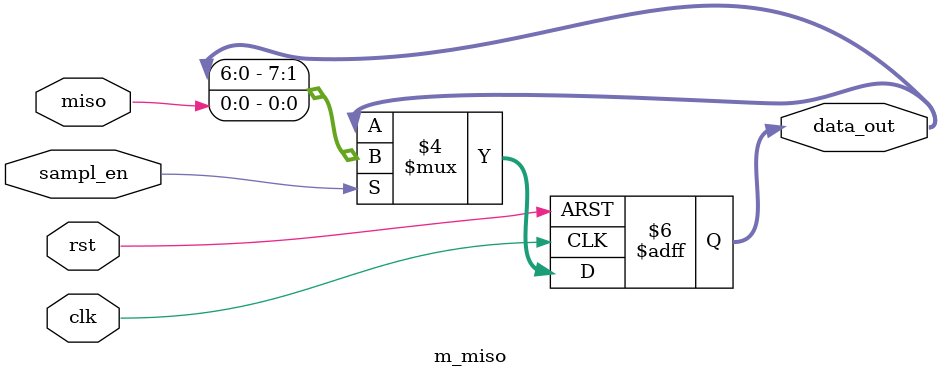
<source format=v>
module m_miso
#(
    parameter data_width=8
)
(
    input clk,
    input rst,
    input sampl_en,
    input miso,
    output reg [data_width-1:0] data_out
);
    
//Ã³À½ data_out=0ÀÌ¾ú´Ù°¡ sampl_en =1 ¶§¸¶´Ù miso °ª ÇÏ³ª¾¿ µé¿©¿Â´Ù.
always @(posedge clk or negedge rst)
begin
if(!rst)
    data_out<='d0;
else if(sampl_en)
    data_out<={data_out[data_width-1:0],miso};
else
    data_out<=data_out;
end

endmodule
</source>
